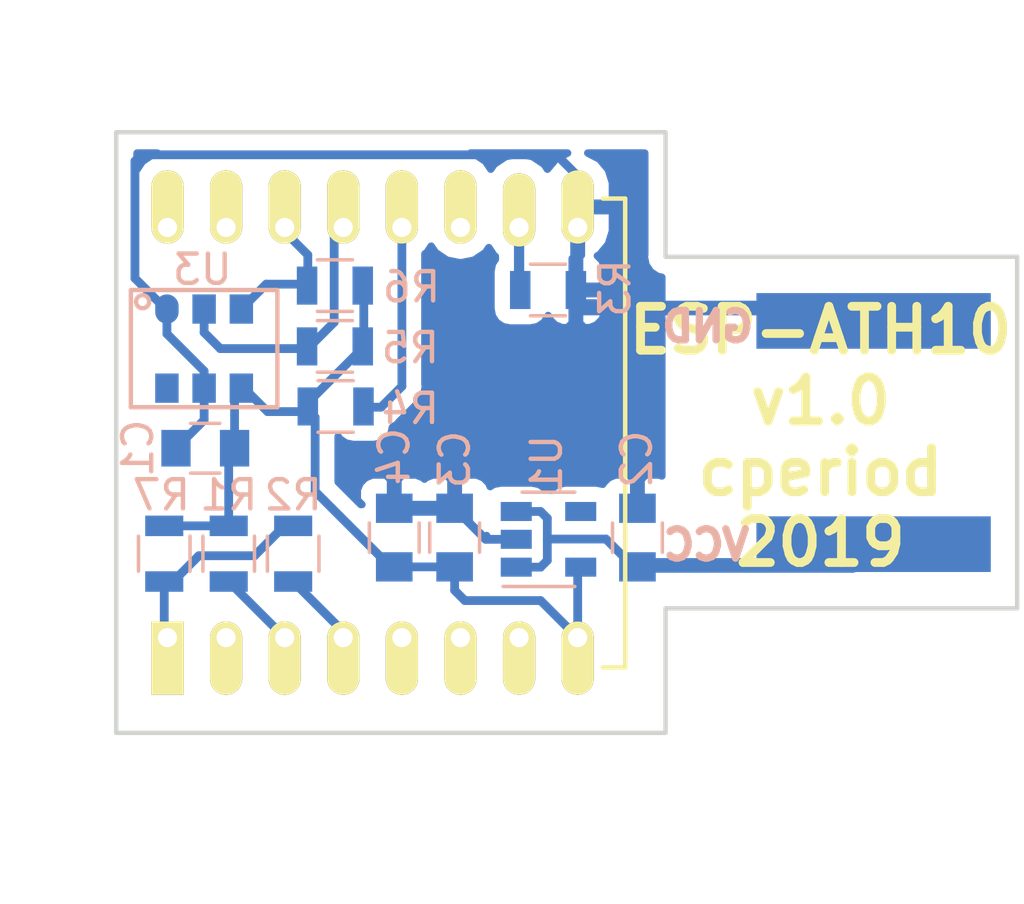
<source format=kicad_pcb>
(kicad_pcb (version 20171130) (host pcbnew 5.0.2-bee76a0~70~ubuntu18.04.1)

  (general
    (thickness 1.6)
    (drawings 11)
    (tracks 84)
    (zones 0)
    (modules 15)
    (nets 11)
  )

  (page A4)
  (layers
    (0 F.Cu signal hide)
    (31 B.Cu signal)
    (32 B.Adhes user hide)
    (33 F.Adhes user hide)
    (34 B.Paste user)
    (35 F.Paste user hide)
    (36 B.SilkS user)
    (37 F.SilkS user hide)
    (38 B.Mask user)
    (39 F.Mask user hide)
    (40 Dwgs.User user hide)
    (41 Cmts.User user hide)
    (42 Eco1.User user hide)
    (43 Eco2.User user hide)
    (44 Edge.Cuts user)
    (45 Margin user hide)
    (46 B.CrtYd user)
    (47 F.CrtYd user hide)
    (48 B.Fab user)
    (49 F.Fab user hide)
  )

  (setup
    (last_trace_width 0.3)
    (user_trace_width 0.5)
    (trace_clearance 0.38)
    (zone_clearance 0.508)
    (zone_45_only no)
    (trace_min 0.3)
    (segment_width 0.2)
    (edge_width 0.15)
    (via_size 1.4)
    (via_drill 0.7)
    (via_min_size 1.4)
    (via_min_drill 0.7)
    (uvia_size 0.3)
    (uvia_drill 0.1)
    (uvias_allowed no)
    (uvia_min_size 0.2)
    (uvia_min_drill 0.1)
    (pcb_text_width 0.3)
    (pcb_text_size 1.5 1.5)
    (mod_edge_width 0.15)
    (mod_text_size 1 1)
    (mod_text_width 0.15)
    (pad_size 2 7.5)
    (pad_drill 0)
    (pad_to_mask_clearance 0.051)
    (solder_mask_min_width 0.25)
    (aux_axis_origin 79.761041 135.51507)
    (visible_elements FFFFFF7F)
    (pcbplotparams
      (layerselection 0x01020_fffffffe)
      (usegerberextensions false)
      (usegerberattributes false)
      (usegerberadvancedattributes false)
      (creategerberjobfile false)
      (excludeedgelayer true)
      (linewidth 0.050000)
      (plotframeref false)
      (viasonmask false)
      (mode 1)
      (useauxorigin true)
      (hpglpennumber 1)
      (hpglpenspeed 20)
      (hpglpendiameter 15.000000)
      (psnegative false)
      (psa4output false)
      (plotreference true)
      (plotvalue true)
      (plotinvisibletext false)
      (padsonsilk false)
      (subtractmaskfromsilk false)
      (outputformat 1)
      (mirror false)
      (drillshape 0)
      (scaleselection 1)
      (outputdirectory "Gerbers/"))
  )

  (net 0 "")
  (net 1 GND)
  (net 2 3V3)
  (net 3 "Net-(C2-Pad1)")
  (net 4 "Net-(R1-Pad2)")
  (net 5 "Net-(R2-Pad1)")
  (net 6 "Net-(R2-Pad2)")
  (net 7 "Net-(R3-Pad1)")
  (net 8 "Net-(R4-Pad2)")
  (net 9 SDA)
  (net 10 SCL)

  (net_class Default "This is the default net class."
    (clearance 0.38)
    (trace_width 0.3)
    (via_dia 1.4)
    (via_drill 0.7)
    (uvia_dia 0.3)
    (uvia_drill 0.1)
    (diff_pair_gap 0.38)
    (diff_pair_width 0.35)
    (add_net 3V3)
    (add_net GND)
    (add_net "Net-(C2-Pad1)")
    (add_net "Net-(R1-Pad2)")
    (add_net "Net-(R2-Pad1)")
    (add_net "Net-(R2-Pad2)")
    (add_net "Net-(R3-Pad1)")
    (add_net "Net-(R4-Pad2)")
    (add_net SCL)
    (add_net SDA)
  )

  (module Capacitors_SMD:C_0805 (layer B.Cu) (tedit 5DBDCE21) (tstamp 5DD259D9)
    (at 82.8 125.8 180)
    (descr "Capacitor SMD 0805, reflow soldering, AVX (see smccp.pdf)")
    (tags "capacitor 0805")
    (path /5DBDD191)
    (attr smd)
    (fp_text reference C1 (at 2.3 0 270) (layer B.SilkS)
      (effects (font (size 1 1) (thickness 0.15)) (justify mirror))
    )
    (fp_text value 100n (at 5 0 180) (layer B.Fab)
      (effects (font (size 1 1) (thickness 0.15)) (justify mirror))
    )
    (fp_line (start 1.75 -0.87) (end -1.75 -0.87) (layer B.CrtYd) (width 0.05))
    (fp_line (start 1.75 -0.87) (end 1.75 0.88) (layer B.CrtYd) (width 0.05))
    (fp_line (start -1.75 0.88) (end -1.75 -0.87) (layer B.CrtYd) (width 0.05))
    (fp_line (start -1.75 0.88) (end 1.75 0.88) (layer B.CrtYd) (width 0.05))
    (fp_line (start -0.5 -0.85) (end 0.5 -0.85) (layer B.SilkS) (width 0.12))
    (fp_line (start 0.5 0.85) (end -0.5 0.85) (layer B.SilkS) (width 0.12))
    (fp_line (start -1 0.62) (end 1 0.62) (layer B.Fab) (width 0.1))
    (fp_line (start 1 0.62) (end 1 -0.62) (layer B.Fab) (width 0.1))
    (fp_line (start 1 -0.62) (end -1 -0.62) (layer B.Fab) (width 0.1))
    (fp_line (start -1 -0.62) (end -1 0.62) (layer B.Fab) (width 0.1))
    (fp_text user %R (at 0 1.5 180) (layer B.Fab) hide
      (effects (font (size 1 1) (thickness 0.15)) (justify mirror))
    )
    (pad 2 smd rect (at 1 0 180) (size 1 1.25) (layers B.Cu B.Paste B.Mask)
      (net 1 GND))
    (pad 1 smd rect (at -1 0 180) (size 1 1.25) (layers B.Cu B.Paste B.Mask)
      (net 2 3V3))
    (model Capacitors_SMD.3dshapes/C_0805.wrl
      (at (xyz 0 0 0))
      (scale (xyz 1 1 1))
      (rotate (xyz 0 0 0))
    )
  )

  (module Capacitors_SMD:C_0805 (layer B.Cu) (tedit 5DBDCE0F) (tstamp 5DD20E14)
    (at 97.55 128.85 90)
    (descr "Capacitor SMD 0805, reflow soldering, AVX (see smccp.pdf)")
    (tags "capacitor 0805")
    (path /5DBE3E3F)
    (attr smd)
    (fp_text reference C2 (at 2.675 -0.025 90) (layer B.SilkS)
      (effects (font (size 1 1) (thickness 0.15)) (justify mirror))
    )
    (fp_text value 1u (at -7.85 -0.05 90) (layer B.Fab)
      (effects (font (size 1 1) (thickness 0.15)) (justify mirror))
    )
    (fp_text user %R (at 0 1.5 90) (layer B.Fab) hide
      (effects (font (size 1 1) (thickness 0.15)) (justify mirror))
    )
    (fp_line (start -1 -0.62) (end -1 0.62) (layer B.Fab) (width 0.1))
    (fp_line (start 1 -0.62) (end -1 -0.62) (layer B.Fab) (width 0.1))
    (fp_line (start 1 0.62) (end 1 -0.62) (layer B.Fab) (width 0.1))
    (fp_line (start -1 0.62) (end 1 0.62) (layer B.Fab) (width 0.1))
    (fp_line (start 0.5 0.85) (end -0.5 0.85) (layer B.SilkS) (width 0.12))
    (fp_line (start -0.5 -0.85) (end 0.5 -0.85) (layer B.SilkS) (width 0.12))
    (fp_line (start -1.75 0.88) (end 1.75 0.88) (layer B.CrtYd) (width 0.05))
    (fp_line (start -1.75 0.88) (end -1.75 -0.87) (layer B.CrtYd) (width 0.05))
    (fp_line (start 1.75 -0.87) (end 1.75 0.88) (layer B.CrtYd) (width 0.05))
    (fp_line (start 1.75 -0.87) (end -1.75 -0.87) (layer B.CrtYd) (width 0.05))
    (pad 1 smd rect (at -1 0 90) (size 1 1.25) (layers B.Cu B.Paste B.Mask)
      (net 3 "Net-(C2-Pad1)"))
    (pad 2 smd rect (at 1 0 90) (size 1 1.25) (layers B.Cu B.Paste B.Mask)
      (net 1 GND))
    (model Capacitors_SMD.3dshapes/C_0805.wrl
      (at (xyz 0 0 0))
      (scale (xyz 1 1 1))
      (rotate (xyz 0 0 0))
    )
  )

  (module Capacitors_SMD:C_0805 (layer B.Cu) (tedit 5DBDCE14) (tstamp 5DD23069)
    (at 91.311041 128.85 90)
    (descr "Capacitor SMD 0805, reflow soldering, AVX (see smccp.pdf)")
    (tags "capacitor 0805")
    (path /5DBE3E90)
    (attr smd)
    (fp_text reference C3 (at 2.66507 0 90) (layer B.SilkS)
      (effects (font (size 1 1) (thickness 0.15)) (justify mirror))
    )
    (fp_text value 2.2u (at -8.2 0 90) (layer B.Fab)
      (effects (font (size 1 1) (thickness 0.15)) (justify mirror))
    )
    (fp_line (start 1.75 -0.87) (end -1.75 -0.87) (layer B.CrtYd) (width 0.05))
    (fp_line (start 1.75 -0.87) (end 1.75 0.88) (layer B.CrtYd) (width 0.05))
    (fp_line (start -1.75 0.88) (end -1.75 -0.87) (layer B.CrtYd) (width 0.05))
    (fp_line (start -1.75 0.88) (end 1.75 0.88) (layer B.CrtYd) (width 0.05))
    (fp_line (start -0.5 -0.85) (end 0.5 -0.85) (layer B.SilkS) (width 0.12))
    (fp_line (start 0.5 0.85) (end -0.5 0.85) (layer B.SilkS) (width 0.12))
    (fp_line (start -1 0.62) (end 1 0.62) (layer B.Fab) (width 0.1))
    (fp_line (start 1 0.62) (end 1 -0.62) (layer B.Fab) (width 0.1))
    (fp_line (start 1 -0.62) (end -1 -0.62) (layer B.Fab) (width 0.1))
    (fp_line (start -1 -0.62) (end -1 0.62) (layer B.Fab) (width 0.1))
    (fp_text user %R (at 0 1.5 90) (layer B.Fab) hide
      (effects (font (size 1 1) (thickness 0.15)) (justify mirror))
    )
    (pad 2 smd rect (at 1 0 90) (size 1 1.25) (layers B.Cu B.Paste B.Mask)
      (net 1 GND))
    (pad 1 smd rect (at -1 0 90) (size 1 1.25) (layers B.Cu B.Paste B.Mask)
      (net 2 3V3))
    (model Capacitors_SMD.3dshapes/C_0805.wrl
      (at (xyz 0 0 0))
      (scale (xyz 1 1 1))
      (rotate (xyz 0 0 0))
    )
  )

  (module Capacitors_SMD:C_0805 (layer B.Cu) (tedit 5DBDCE1B) (tstamp 5DD20E36)
    (at 89.25 128.85 90)
    (descr "Capacitor SMD 0805, reflow soldering, AVX (see smccp.pdf)")
    (tags "capacitor 0805")
    (path /5DBEEB4D)
    (attr smd)
    (fp_text reference C4 (at 2.76507 0 90) (layer B.SilkS)
      (effects (font (size 1 1) (thickness 0.15)) (justify mirror))
    )
    (fp_text value 100n (at -8.45 -0.5 90) (layer B.Fab)
      (effects (font (size 1 1) (thickness 0.15)) (justify mirror))
    )
    (fp_text user %R (at 0 1.5 90) (layer B.Fab) hide
      (effects (font (size 1 1) (thickness 0.15)) (justify mirror))
    )
    (fp_line (start -1 -0.62) (end -1 0.62) (layer B.Fab) (width 0.1))
    (fp_line (start 1 -0.62) (end -1 -0.62) (layer B.Fab) (width 0.1))
    (fp_line (start 1 0.62) (end 1 -0.62) (layer B.Fab) (width 0.1))
    (fp_line (start -1 0.62) (end 1 0.62) (layer B.Fab) (width 0.1))
    (fp_line (start 0.5 0.85) (end -0.5 0.85) (layer B.SilkS) (width 0.12))
    (fp_line (start -0.5 -0.85) (end 0.5 -0.85) (layer B.SilkS) (width 0.12))
    (fp_line (start -1.75 0.88) (end 1.75 0.88) (layer B.CrtYd) (width 0.05))
    (fp_line (start -1.75 0.88) (end -1.75 -0.87) (layer B.CrtYd) (width 0.05))
    (fp_line (start 1.75 -0.87) (end 1.75 0.88) (layer B.CrtYd) (width 0.05))
    (fp_line (start 1.75 -0.87) (end -1.75 -0.87) (layer B.CrtYd) (width 0.05))
    (pad 1 smd rect (at -1 0 90) (size 1 1.25) (layers B.Cu B.Paste B.Mask)
      (net 2 3V3))
    (pad 2 smd rect (at 1 0 90) (size 1 1.25) (layers B.Cu B.Paste B.Mask)
      (net 1 GND))
    (model Capacitors_SMD.3dshapes/C_0805.wrl
      (at (xyz 0 0 0))
      (scale (xyz 1 1 1))
      (rotate (xyz 0 0 0))
    )
  )

  (module CPB:usb-PCB (layer B.Cu) (tedit 5DBDF32C) (tstamp 5DD20E41)
    (at 110.511041 125.26507 270)
    (path /5DBDB3F6)
    (attr virtual)
    (fp_text reference J1 (at 0.13 7.85 270) (layer B.SilkS) hide
      (effects (font (size 1.5 1.5) (thickness 0.15)) (justify mirror))
    )
    (fp_text value USB (at 0.29 10.13 270) (layer B.SilkS) hide
      (effects (font (size 1.5 1.5) (thickness 0.15)) (justify mirror))
    )
    (fp_line (start 6.03 0) (end 6.03 12) (layer Dwgs.User) (width 0.15))
    (fp_line (start 6.03 0) (end -6.03 0) (layer Dwgs.User) (width 0.15))
    (fp_line (start -6.03 0) (end -6.03 12) (layer Dwgs.User) (width 0.15))
    (pad 1 connect rect (at 3.81 4.9 270) (size 1.9 8) (layers B.Cu B.Mask)
      (net 3 "Net-(C2-Pad1)"))
    (pad 4 connect rect (at -3.81 4.9 270) (size 1.9 8) (layers B.Cu B.Mask)
      (net 1 GND))
    (pad 3 connect rect (at -1.3 5.15 270) (size 2 7.5) (layers Dwgs.User))
    (pad 2 connect rect (at 1.3 5.15 270) (size 2 7.5) (layers Dwgs.User))
  )

  (module Resistors_SMD:R_0805 (layer B.Cu) (tedit 58E0A804) (tstamp 5DD2742D)
    (at 83.6 129.4 270)
    (descr "Resistor SMD 0805, reflow soldering, Vishay (see dcrcw.pdf)")
    (tags "resistor 0805")
    (path /5DBDCEB6)
    (attr smd)
    (fp_text reference R1 (at -2 0) (layer B.SilkS)
      (effects (font (size 1 1) (thickness 0.15)) (justify mirror))
    )
    (fp_text value 10K (at 7.7 0 270) (layer B.Fab)
      (effects (font (size 1 1) (thickness 0.15)) (justify mirror))
    )
    (fp_text user %R (at 0 0 270) (layer B.Fab)
      (effects (font (size 0.5 0.5) (thickness 0.075)) (justify mirror))
    )
    (fp_line (start -1 -0.62) (end -1 0.62) (layer B.Fab) (width 0.1))
    (fp_line (start 1 -0.62) (end -1 -0.62) (layer B.Fab) (width 0.1))
    (fp_line (start 1 0.62) (end 1 -0.62) (layer B.Fab) (width 0.1))
    (fp_line (start -1 0.62) (end 1 0.62) (layer B.Fab) (width 0.1))
    (fp_line (start 0.6 -0.88) (end -0.6 -0.88) (layer B.SilkS) (width 0.12))
    (fp_line (start -0.6 0.88) (end 0.6 0.88) (layer B.SilkS) (width 0.12))
    (fp_line (start -1.55 0.9) (end 1.55 0.9) (layer B.CrtYd) (width 0.05))
    (fp_line (start -1.55 0.9) (end -1.55 -0.9) (layer B.CrtYd) (width 0.05))
    (fp_line (start 1.55 -0.9) (end 1.55 0.9) (layer B.CrtYd) (width 0.05))
    (fp_line (start 1.55 -0.9) (end -1.55 -0.9) (layer B.CrtYd) (width 0.05))
    (pad 1 smd rect (at -0.95 0 270) (size 0.7 1.3) (layers B.Cu B.Paste B.Mask)
      (net 2 3V3))
    (pad 2 smd rect (at 0.95 0 270) (size 0.7 1.3) (layers B.Cu B.Paste B.Mask)
      (net 4 "Net-(R1-Pad2)"))
    (model ${KISYS3DMOD}/Resistors_SMD.3dshapes/R_0805.wrl
      (at (xyz 0 0 0))
      (scale (xyz 1 1 1))
      (rotate (xyz 0 0 0))
    )
  )

  (module Resistors_SMD:R_0805 (layer B.Cu) (tedit 58E0A804) (tstamp 5DD20E63)
    (at 85.8 129.4 270)
    (descr "Resistor SMD 0805, reflow soldering, Vishay (see dcrcw.pdf)")
    (tags "resistor 0805")
    (path /5DBDDC75)
    (attr smd)
    (fp_text reference R2 (at -2 0 180) (layer B.SilkS)
      (effects (font (size 1 1) (thickness 0.15)) (justify mirror))
    )
    (fp_text value 1K (at 7.3 0.1 270) (layer B.Fab)
      (effects (font (size 1 1) (thickness 0.15)) (justify mirror))
    )
    (fp_text user %R (at 0 0 270) (layer B.Fab)
      (effects (font (size 0.5 0.5) (thickness 0.075)) (justify mirror))
    )
    (fp_line (start -1 -0.62) (end -1 0.62) (layer B.Fab) (width 0.1))
    (fp_line (start 1 -0.62) (end -1 -0.62) (layer B.Fab) (width 0.1))
    (fp_line (start 1 0.62) (end 1 -0.62) (layer B.Fab) (width 0.1))
    (fp_line (start -1 0.62) (end 1 0.62) (layer B.Fab) (width 0.1))
    (fp_line (start 0.6 -0.88) (end -0.6 -0.88) (layer B.SilkS) (width 0.12))
    (fp_line (start -0.6 0.88) (end 0.6 0.88) (layer B.SilkS) (width 0.12))
    (fp_line (start -1.55 0.9) (end 1.55 0.9) (layer B.CrtYd) (width 0.05))
    (fp_line (start -1.55 0.9) (end -1.55 -0.9) (layer B.CrtYd) (width 0.05))
    (fp_line (start 1.55 -0.9) (end 1.55 0.9) (layer B.CrtYd) (width 0.05))
    (fp_line (start 1.55 -0.9) (end -1.55 -0.9) (layer B.CrtYd) (width 0.05))
    (pad 1 smd rect (at -0.95 0 270) (size 0.7 1.3) (layers B.Cu B.Paste B.Mask)
      (net 5 "Net-(R2-Pad1)"))
    (pad 2 smd rect (at 0.95 0 270) (size 0.7 1.3) (layers B.Cu B.Paste B.Mask)
      (net 6 "Net-(R2-Pad2)"))
    (model ${KISYS3DMOD}/Resistors_SMD.3dshapes/R_0805.wrl
      (at (xyz 0 0 0))
      (scale (xyz 1 1 1))
      (rotate (xyz 0 0 0))
    )
  )

  (module Resistors_SMD:R_0805 (layer B.Cu) (tedit 58E0A804) (tstamp 5DD2183B)
    (at 94.5 120.4)
    (descr "Resistor SMD 0805, reflow soldering, Vishay (see dcrcw.pdf)")
    (tags "resistor 0805")
    (path /5DBDCDFF)
    (attr smd)
    (fp_text reference R3 (at 2.288959 -0.06507 90) (layer B.SilkS)
      (effects (font (size 1 1) (thickness 0.15)) (justify mirror))
    )
    (fp_text value 10K (at 0 -6.85) (layer B.Fab)
      (effects (font (size 1 1) (thickness 0.15)) (justify mirror))
    )
    (fp_line (start 1.55 -0.9) (end -1.55 -0.9) (layer B.CrtYd) (width 0.05))
    (fp_line (start 1.55 -0.9) (end 1.55 0.9) (layer B.CrtYd) (width 0.05))
    (fp_line (start -1.55 0.9) (end -1.55 -0.9) (layer B.CrtYd) (width 0.05))
    (fp_line (start -1.55 0.9) (end 1.55 0.9) (layer B.CrtYd) (width 0.05))
    (fp_line (start -0.6 0.88) (end 0.6 0.88) (layer B.SilkS) (width 0.12))
    (fp_line (start 0.6 -0.88) (end -0.6 -0.88) (layer B.SilkS) (width 0.12))
    (fp_line (start -1 0.62) (end 1 0.62) (layer B.Fab) (width 0.1))
    (fp_line (start 1 0.62) (end 1 -0.62) (layer B.Fab) (width 0.1))
    (fp_line (start 1 -0.62) (end -1 -0.62) (layer B.Fab) (width 0.1))
    (fp_line (start -1 -0.62) (end -1 0.62) (layer B.Fab) (width 0.1))
    (fp_text user %R (at 0 0) (layer B.Fab)
      (effects (font (size 0.5 0.5) (thickness 0.075)) (justify mirror))
    )
    (pad 2 smd rect (at 0.95 0) (size 0.7 1.3) (layers B.Cu B.Paste B.Mask)
      (net 1 GND))
    (pad 1 smd rect (at -0.95 0) (size 0.7 1.3) (layers B.Cu B.Paste B.Mask)
      (net 7 "Net-(R3-Pad1)"))
    (model ${KISYS3DMOD}/Resistors_SMD.3dshapes/R_0805.wrl
      (at (xyz 0 0 0))
      (scale (xyz 1 1 1))
      (rotate (xyz 0 0 0))
    )
  )

  (module Resistors_SMD:R_0805 (layer B.Cu) (tedit 58E0A804) (tstamp 5DD20E85)
    (at 87.25 124.375)
    (descr "Resistor SMD 0805, reflow soldering, Vishay (see dcrcw.pdf)")
    (tags "resistor 0805")
    (path /5DBDD45B)
    (attr smd)
    (fp_text reference R4 (at 2.55 0.075) (layer B.SilkS)
      (effects (font (size 1 1) (thickness 0.15)) (justify mirror))
    )
    (fp_text value 10K (at 0.025 -13.025) (layer B.Fab)
      (effects (font (size 1 1) (thickness 0.15)) (justify mirror))
    )
    (fp_line (start 1.55 -0.9) (end -1.55 -0.9) (layer B.CrtYd) (width 0.05))
    (fp_line (start 1.55 -0.9) (end 1.55 0.9) (layer B.CrtYd) (width 0.05))
    (fp_line (start -1.55 0.9) (end -1.55 -0.9) (layer B.CrtYd) (width 0.05))
    (fp_line (start -1.55 0.9) (end 1.55 0.9) (layer B.CrtYd) (width 0.05))
    (fp_line (start -0.6 0.88) (end 0.6 0.88) (layer B.SilkS) (width 0.12))
    (fp_line (start 0.6 -0.88) (end -0.6 -0.88) (layer B.SilkS) (width 0.12))
    (fp_line (start -1 0.62) (end 1 0.62) (layer B.Fab) (width 0.1))
    (fp_line (start 1 0.62) (end 1 -0.62) (layer B.Fab) (width 0.1))
    (fp_line (start 1 -0.62) (end -1 -0.62) (layer B.Fab) (width 0.1))
    (fp_line (start -1 -0.62) (end -1 0.62) (layer B.Fab) (width 0.1))
    (fp_text user %R (at 0 0) (layer B.Fab)
      (effects (font (size 0.5 0.5) (thickness 0.075)) (justify mirror))
    )
    (pad 2 smd rect (at 0.95 0) (size 0.7 1.3) (layers B.Cu B.Paste B.Mask)
      (net 8 "Net-(R4-Pad2)"))
    (pad 1 smd rect (at -0.95 0) (size 0.7 1.3) (layers B.Cu B.Paste B.Mask)
      (net 2 3V3))
    (model ${KISYS3DMOD}/Resistors_SMD.3dshapes/R_0805.wrl
      (at (xyz 0 0 0))
      (scale (xyz 1 1 1))
      (rotate (xyz 0 0 0))
    )
  )

  (module Resistors_SMD:R_0805 (layer B.Cu) (tedit 58E0A804) (tstamp 5DD219E0)
    (at 87.225 122.325 180)
    (descr "Resistor SMD 0805, reflow soldering, Vishay (see dcrcw.pdf)")
    (tags "resistor 0805")
    (path /5DBE9A3C)
    (attr smd)
    (fp_text reference R5 (at -2.575 -0.05 180) (layer B.SilkS)
      (effects (font (size 1 1) (thickness 0.15)) (justify mirror))
    )
    (fp_text value 10K (at -0.125 8.35 180) (layer B.Fab)
      (effects (font (size 1 1) (thickness 0.15)) (justify mirror))
    )
    (fp_text user %R (at 0 0 180) (layer B.Fab)
      (effects (font (size 0.5 0.5) (thickness 0.075)) (justify mirror))
    )
    (fp_line (start -1 -0.62) (end -1 0.62) (layer B.Fab) (width 0.1))
    (fp_line (start 1 -0.62) (end -1 -0.62) (layer B.Fab) (width 0.1))
    (fp_line (start 1 0.62) (end 1 -0.62) (layer B.Fab) (width 0.1))
    (fp_line (start -1 0.62) (end 1 0.62) (layer B.Fab) (width 0.1))
    (fp_line (start 0.6 -0.88) (end -0.6 -0.88) (layer B.SilkS) (width 0.12))
    (fp_line (start -0.6 0.88) (end 0.6 0.88) (layer B.SilkS) (width 0.12))
    (fp_line (start -1.55 0.9) (end 1.55 0.9) (layer B.CrtYd) (width 0.05))
    (fp_line (start -1.55 0.9) (end -1.55 -0.9) (layer B.CrtYd) (width 0.05))
    (fp_line (start 1.55 -0.9) (end 1.55 0.9) (layer B.CrtYd) (width 0.05))
    (fp_line (start 1.55 -0.9) (end -1.55 -0.9) (layer B.CrtYd) (width 0.05))
    (pad 1 smd rect (at -0.95 0 180) (size 0.7 1.3) (layers B.Cu B.Paste B.Mask)
      (net 2 3V3))
    (pad 2 smd rect (at 0.95 0 180) (size 0.7 1.3) (layers B.Cu B.Paste B.Mask)
      (net 9 SDA))
    (model ${KISYS3DMOD}/Resistors_SMD.3dshapes/R_0805.wrl
      (at (xyz 0 0 0))
      (scale (xyz 1 1 1))
      (rotate (xyz 0 0 0))
    )
  )

  (module Resistors_SMD:R_0805 (layer B.Cu) (tedit 58E0A804) (tstamp 5DD290AF)
    (at 87.225 120.25 180)
    (descr "Resistor SMD 0805, reflow soldering, Vishay (see dcrcw.pdf)")
    (tags "resistor 0805")
    (path /5DBE999A)
    (attr smd)
    (fp_text reference R6 (at -2.613959 -0.05 180) (layer B.SilkS)
      (effects (font (size 1 1) (thickness 0.15)) (justify mirror))
    )
    (fp_text value 10K (at -0.088959 7.7 180) (layer B.Fab)
      (effects (font (size 1 1) (thickness 0.15)) (justify mirror))
    )
    (fp_line (start 1.55 -0.9) (end -1.55 -0.9) (layer B.CrtYd) (width 0.05))
    (fp_line (start 1.55 -0.9) (end 1.55 0.9) (layer B.CrtYd) (width 0.05))
    (fp_line (start -1.55 0.9) (end -1.55 -0.9) (layer B.CrtYd) (width 0.05))
    (fp_line (start -1.55 0.9) (end 1.55 0.9) (layer B.CrtYd) (width 0.05))
    (fp_line (start -0.6 0.88) (end 0.6 0.88) (layer B.SilkS) (width 0.12))
    (fp_line (start 0.6 -0.88) (end -0.6 -0.88) (layer B.SilkS) (width 0.12))
    (fp_line (start -1 0.62) (end 1 0.62) (layer B.Fab) (width 0.1))
    (fp_line (start 1 0.62) (end 1 -0.62) (layer B.Fab) (width 0.1))
    (fp_line (start 1 -0.62) (end -1 -0.62) (layer B.Fab) (width 0.1))
    (fp_line (start -1 -0.62) (end -1 0.62) (layer B.Fab) (width 0.1))
    (fp_text user %R (at 0 0 180) (layer B.Fab)
      (effects (font (size 0.5 0.5) (thickness 0.075)) (justify mirror))
    )
    (pad 2 smd rect (at 0.95 0 180) (size 0.7 1.3) (layers B.Cu B.Paste B.Mask)
      (net 10 SCL))
    (pad 1 smd rect (at -0.95 0 180) (size 0.7 1.3) (layers B.Cu B.Paste B.Mask)
      (net 2 3V3))
    (model ${KISYS3DMOD}/Resistors_SMD.3dshapes/R_0805.wrl
      (at (xyz 0 0 0))
      (scale (xyz 1 1 1))
      (rotate (xyz 0 0 0))
    )
  )

  (module Package_TO_SOT_SMD:SOT-23-5 (layer B.Cu) (tedit 5A02FF57) (tstamp 5DD22D57)
    (at 94.514461 128.909454)
    (descr "5-pin SOT23 package")
    (tags SOT-23-5)
    (path /5DBE1C35)
    (attr smd)
    (fp_text reference U1 (at -0.064461 -2.559454 90) (layer B.SilkS)
      (effects (font (size 1 1) (thickness 0.15)) (justify mirror))
    )
    (fp_text value HT7233 (at 0.085539 9.540546 90) (layer B.Fab)
      (effects (font (size 1 1) (thickness 0.15)) (justify mirror))
    )
    (fp_text user %R (at 0 0 -90) (layer B.Fab)
      (effects (font (size 0.5 0.5) (thickness 0.075)) (justify mirror))
    )
    (fp_line (start -0.9 -1.61) (end 0.9 -1.61) (layer B.SilkS) (width 0.12))
    (fp_line (start 0.9 1.61) (end -1.55 1.61) (layer B.SilkS) (width 0.12))
    (fp_line (start -1.9 1.8) (end 1.9 1.8) (layer B.CrtYd) (width 0.05))
    (fp_line (start 1.9 1.8) (end 1.9 -1.8) (layer B.CrtYd) (width 0.05))
    (fp_line (start 1.9 -1.8) (end -1.9 -1.8) (layer B.CrtYd) (width 0.05))
    (fp_line (start -1.9 -1.8) (end -1.9 1.8) (layer B.CrtYd) (width 0.05))
    (fp_line (start -0.9 0.9) (end -0.25 1.55) (layer B.Fab) (width 0.1))
    (fp_line (start 0.9 1.55) (end -0.25 1.55) (layer B.Fab) (width 0.1))
    (fp_line (start -0.9 0.9) (end -0.9 -1.55) (layer B.Fab) (width 0.1))
    (fp_line (start 0.9 -1.55) (end -0.9 -1.55) (layer B.Fab) (width 0.1))
    (fp_line (start 0.9 1.55) (end 0.9 -1.55) (layer B.Fab) (width 0.1))
    (pad 1 smd rect (at -1.1 0.95) (size 1.06 0.65) (layers B.Cu B.Paste B.Mask)
      (net 3 "Net-(C2-Pad1)"))
    (pad 2 smd rect (at -1.1 0) (size 1.06 0.65) (layers B.Cu B.Paste B.Mask)
      (net 1 GND))
    (pad 3 smd rect (at -1.1 -0.95) (size 1.06 0.65) (layers B.Cu B.Paste B.Mask)
      (net 3 "Net-(C2-Pad1)"))
    (pad 4 smd rect (at 1.1 -0.95) (size 1.06 0.65) (layers B.Cu B.Paste B.Mask))
    (pad 5 smd rect (at 1.1 0.95) (size 1.06 0.65) (layers B.Cu B.Paste B.Mask)
      (net 2 3V3))
    (model ${KISYS3DMOD}/Package_TO_SOT_SMD.3dshapes/SOT-23-5.wrl
      (at (xyz 0 0 0))
      (scale (xyz 1 1 1))
      (rotate (xyz 0 0 0))
    )
  )

  (module CPB:ESP-12Emin (layer F.Cu) (tedit 5DBDCE9B) (tstamp 5DD20EE4)
    (at 81.511041 132.26507 90)
    (descr "Module, ESP-8266, ESP-12, 16 pad, SMD")
    (tags "Module ESP-8266 ESP8266")
    (path /5DBDB353)
    (fp_text reference U2 (at -2 -2 90) (layer F.SilkS) hide
      (effects (font (size 1 1) (thickness 0.15)))
    )
    (fp_text value ESP-12 (at 8 1 90) (layer F.Fab)
      (effects (font (size 1 1) (thickness 0.15)))
    )
    (fp_line (start -2.25 -0.5) (end -2.25 -8.75) (layer F.CrtYd) (width 0.05))
    (fp_line (start -2.25 -8.75) (end 15.25 -8.75) (layer F.CrtYd) (width 0.05))
    (fp_line (start 15.25 -8.75) (end 16.25 -8.75) (layer F.CrtYd) (width 0.05))
    (fp_line (start 16.25 -8.75) (end 16.25 16) (layer F.CrtYd) (width 0.05))
    (fp_line (start 16.25 16) (end -2.25 16) (layer F.CrtYd) (width 0.05))
    (fp_line (start -2.25 16) (end -2.25 -0.5) (layer F.CrtYd) (width 0.05))
    (fp_line (start -1.016 -8.382) (end 14.986 -8.382) (layer F.CrtYd) (width 0.1524))
    (fp_line (start 14.986 -8.382) (end 14.986 -0.889) (layer F.CrtYd) (width 0.1524))
    (fp_line (start -1.016 -8.382) (end -1.016 -1.016) (layer F.CrtYd) (width 0.1524))
    (fp_line (start -1.016 14.859) (end -1.016 15.621) (layer F.SilkS) (width 0.1524))
    (fp_line (start -1.016 15.621) (end 14.986 15.621) (layer F.SilkS) (width 0.1524))
    (fp_line (start 14.986 15.621) (end 14.986 14.859) (layer F.SilkS) (width 0.1524))
    (fp_line (start 14.992 -8.4) (end -1.008 -2.6) (layer F.CrtYd) (width 0.1524))
    (fp_line (start -1.008 -8.4) (end 14.992 -2.6) (layer F.CrtYd) (width 0.1524))
    (fp_text user "No Copper" (at 6.892 -5.4 90) (layer F.CrtYd)
      (effects (font (size 1 1) (thickness 0.15)))
    )
    (fp_line (start -1.008 -2.6) (end 14.992 -2.6) (layer F.CrtYd) (width 0.1524))
    (fp_line (start 15 -8.4) (end 15 15.6) (layer F.Fab) (width 0.05))
    (fp_line (start 14.992 15.6) (end -1.008 15.6) (layer F.Fab) (width 0.05))
    (fp_line (start -1.008 15.6) (end -1.008 -8.4) (layer F.Fab) (width 0.05))
    (fp_line (start -1.008 -8.4) (end 14.992 -8.4) (layer F.Fab) (width 0.05))
    (pad 1 thru_hole rect (at 0 0 90) (size 2.5 1.1) (drill 0.65 (offset -0.7 0)) (layers *.Cu *.Mask F.SilkS)
      (net 5 "Net-(R2-Pad1)"))
    (pad 2 thru_hole oval (at 0 2 90) (size 2.5 1.1) (drill 0.65 (offset -0.7 0)) (layers *.Cu *.Mask F.SilkS))
    (pad 3 thru_hole oval (at 0 4 90) (size 2.5 1.1) (drill 0.65 (offset -0.7 0)) (layers *.Cu *.Mask F.SilkS)
      (net 4 "Net-(R1-Pad2)"))
    (pad 4 thru_hole oval (at 0 6 90) (size 2.5 1.1) (drill 0.65 (offset -0.7 0)) (layers *.Cu *.Mask F.SilkS)
      (net 6 "Net-(R2-Pad2)"))
    (pad 5 thru_hole oval (at 0 8 90) (size 2.5 1.1) (drill 0.65 (offset -0.7 0)) (layers *.Cu *.Mask F.SilkS))
    (pad 6 thru_hole oval (at 0 10 90) (size 2.5 1.1) (drill 0.65 (offset -0.7 0)) (layers *.Cu *.Mask F.SilkS))
    (pad 7 thru_hole oval (at 0 12 90) (size 2.5 1.1) (drill 0.65 (offset -0.7 0)) (layers *.Cu *.Mask F.SilkS))
    (pad 8 thru_hole oval (at 0 14 90) (size 2.5 1.1) (drill 0.65 (offset -0.7 0)) (layers *.Cu *.Mask F.SilkS)
      (net 2 3V3))
    (pad 9 thru_hole oval (at 14 14 90) (size 2.5 1.1) (drill 0.65 (offset 0.7 0)) (layers *.Cu *.Mask F.SilkS)
      (net 1 GND))
    (pad 10 thru_hole oval (at 14 12 90) (size 2.5 1.1) (drill 0.65 (offset 0.6 0)) (layers *.Cu *.Mask F.SilkS)
      (net 7 "Net-(R3-Pad1)"))
    (pad 11 thru_hole oval (at 14 10 90) (size 2.5 1.1) (drill 0.65 (offset 0.7 0)) (layers *.Cu *.Mask F.SilkS))
    (pad 12 thru_hole oval (at 14 8 90) (size 2.5 1.1) (drill 0.65 (offset 0.7 0)) (layers *.Cu *.Mask F.SilkS)
      (net 8 "Net-(R4-Pad2)"))
    (pad 13 thru_hole oval (at 14 6 90) (size 2.5 1.1) (drill 0.65 (offset 0.7 0)) (layers *.Cu *.Mask F.SilkS)
      (net 9 SDA))
    (pad 14 thru_hole oval (at 14 4 90) (size 2.5 1.1) (drill 0.65 (offset 0.7 0)) (layers *.Cu *.Mask F.SilkS)
      (net 10 SCL))
    (pad 15 thru_hole oval (at 14 2 90) (size 2.5 1.1) (drill 0.65 (offset 0.7 0)) (layers *.Cu *.Mask F.SilkS))
    (pad 16 thru_hole oval (at 14 0 90) (size 2.5 1.1) (drill 0.65 (offset 0.7 0)) (layers *.Cu *.Mask F.SilkS))
    (model ${ESPLIB}/ESP8266.3dshapes/ESP-12.wrl
      (at (xyz 0 0 0))
      (scale (xyz 0.3937 0.3937 0.3937))
      (rotate (xyz 0 0 0))
    )
  )

  (module CPB:AHT10 (layer B.Cu) (tedit 5D48D185) (tstamp 5DD20EFB)
    (at 82.761041 122.4 270)
    (path /5DBE6669)
    (fp_text reference U3 (at -2.7 0.061041) (layer B.SilkS)
      (effects (font (size 1 1) (thickness 0.15)) (justify mirror))
    )
    (fp_text value AHT10 (at 0 4.25 270) (layer B.Fab)
      (effects (font (size 1 1) (thickness 0.15)) (justify mirror))
    )
    (fp_line (start -2 2.5) (end 2 2.5) (layer B.SilkS) (width 0.15))
    (fp_line (start 2 2.5) (end 2 -2.5) (layer B.SilkS) (width 0.15))
    (fp_line (start 2 -2.5) (end -2 -2.5) (layer B.SilkS) (width 0.15))
    (fp_line (start -2 -2.5) (end -2 2.5) (layer B.SilkS) (width 0.15))
    (fp_circle (center -1.6 2.1) (end -1.4 2) (layer B.SilkS) (width 0.15))
    (fp_line (start -2.1 2.6) (end 2.1 2.6) (layer B.CrtYd) (width 0.15))
    (fp_line (start 2.1 2.6) (end 2.1 -2.6) (layer B.CrtYd) (width 0.15))
    (fp_line (start 2.1 -2.6) (end -2.1 -2.6) (layer B.CrtYd) (width 0.15))
    (fp_line (start -2.1 -2.6) (end -2.1 2.6) (layer B.CrtYd) (width 0.15))
    (fp_line (start -2.2 2.7) (end 2.2 2.7) (layer B.Fab) (width 0.15))
    (fp_line (start 2.2 2.7) (end 2.2 -2.7) (layer B.Fab) (width 0.15))
    (fp_line (start 2.2 -2.7) (end -2.2 -2.7) (layer B.Fab) (width 0.15))
    (fp_line (start -2.2 -2.7) (end -2.2 2.7) (layer B.Fab) (width 0.15))
    (pad 1 smd oval (at -1.35 1.27 270) (size 1 0.8) (layers B.Cu B.Paste B.Mask)
      (net 1 GND))
    (pad 2 smd rect (at -1.35 0 270) (size 1 0.8) (layers B.Cu B.Paste B.Mask)
      (net 9 SDA))
    (pad 3 smd rect (at -1.35 -1.27 270) (size 1 0.8) (layers B.Cu B.Paste B.Mask)
      (net 10 SCL))
    (pad 4 smd rect (at 1.35 -1.27 270) (size 1 0.8) (layers B.Cu B.Paste B.Mask)
      (net 2 3V3))
    (pad 5 smd rect (at 1.35 0 270) (size 1 0.8) (layers B.Cu B.Paste B.Mask)
      (net 1 GND))
    (pad 6 smd rect (at 1.35 1.27 270) (size 1 0.8) (layers B.Cu B.Paste B.Mask))
  )

  (module Resistors_SMD:R_0805 (layer B.Cu) (tedit 58E0A804) (tstamp 5DD22808)
    (at 81.4 129.4 270)
    (descr "Resistor SMD 0805, reflow soldering, Vishay (see dcrcw.pdf)")
    (tags "resistor 0805")
    (path /5DBF30A7)
    (attr smd)
    (fp_text reference R7 (at -2 0.1) (layer B.SilkS)
      (effects (font (size 1 1) (thickness 0.15)) (justify mirror))
    )
    (fp_text value 10K (at 7.7 0.1 270) (layer B.Fab)
      (effects (font (size 1 1) (thickness 0.15)) (justify mirror))
    )
    (fp_line (start 1.55 -0.9) (end -1.55 -0.9) (layer B.CrtYd) (width 0.05))
    (fp_line (start 1.55 -0.9) (end 1.55 0.9) (layer B.CrtYd) (width 0.05))
    (fp_line (start -1.55 0.9) (end -1.55 -0.9) (layer B.CrtYd) (width 0.05))
    (fp_line (start -1.55 0.9) (end 1.55 0.9) (layer B.CrtYd) (width 0.05))
    (fp_line (start -0.6 0.88) (end 0.6 0.88) (layer B.SilkS) (width 0.12))
    (fp_line (start 0.6 -0.88) (end -0.6 -0.88) (layer B.SilkS) (width 0.12))
    (fp_line (start -1 0.62) (end 1 0.62) (layer B.Fab) (width 0.1))
    (fp_line (start 1 0.62) (end 1 -0.62) (layer B.Fab) (width 0.1))
    (fp_line (start 1 -0.62) (end -1 -0.62) (layer B.Fab) (width 0.1))
    (fp_line (start -1 -0.62) (end -1 0.62) (layer B.Fab) (width 0.1))
    (fp_text user %R (at 0 0 270) (layer B.Fab)
      (effects (font (size 0.5 0.5) (thickness 0.075)) (justify mirror))
    )
    (pad 2 smd rect (at 0.95 0 270) (size 0.7 1.3) (layers B.Cu B.Paste B.Mask)
      (net 5 "Net-(R2-Pad1)"))
    (pad 1 smd rect (at -0.95 0 270) (size 0.7 1.3) (layers B.Cu B.Paste B.Mask)
      (net 2 3V3))
    (model ${KISYS3DMOD}/Resistors_SMD.3dshapes/R_0805.wrl
      (at (xyz 0 0 0))
      (scale (xyz 1 1 1))
      (rotate (xyz 0 0 0))
    )
  )

  (gr_text VCC (at 99.9 129.1) (layer B.SilkS) (tstamp 5DD25756)
    (effects (font (size 1 1) (thickness 0.25)) (justify mirror))
  )
  (gr_text GND (at 99.95 121.65) (layer B.SilkS)
    (effects (font (size 1 1) (thickness 0.25)) (justify mirror))
  )
  (gr_text "ESP-ATH10\nv1.0\ncperiod\n2019" (at 103.8 125.4) (layer F.SilkS)
    (effects (font (size 1.5 1.5) (thickness 0.3)))
  )
  (gr_line (start 79.761041 115.01507) (end 79.761041 135.51507) (layer Edge.Cuts) (width 0.15))
  (gr_line (start 98.511041 115.01507) (end 79.761041 115.01507) (layer Edge.Cuts) (width 0.15))
  (gr_line (start 98.511041 119.26507) (end 98.511041 115.01507) (layer Edge.Cuts) (width 0.15))
  (gr_line (start 110.511041 119.26507) (end 98.511041 119.26507) (layer Edge.Cuts) (width 0.15))
  (gr_line (start 110.511041 131.26507) (end 110.511041 119.26507) (layer Edge.Cuts) (width 0.15))
  (gr_line (start 98.511041 131.26507) (end 110.511041 131.26507) (layer Edge.Cuts) (width 0.15))
  (gr_line (start 98.511041 135.51507) (end 98.511041 131.26507) (layer Edge.Cuts) (width 0.15))
  (gr_line (start 79.761041 135.51507) (end 98.511041 135.51507) (layer Edge.Cuts) (width 0.15))

  (segment (start 95.611041 121.01507) (end 95.461041 120.86507) (width 0.5) (layer B.Cu) (net 1))
  (segment (start 105.611041 121.45507) (end 105.171041 121.01507) (width 0.5) (layer B.Cu) (net 1))
  (segment (start 105.171041 121.01507) (end 95.611041 121.01507) (width 0.5) (layer B.Cu) (net 1))
  (segment (start 95.461041 120.86507) (end 96.111041 120.86507) (width 0.3) (layer B.Cu) (net 1))
  (segment (start 80.4 120) (end 81.4 121) (width 0.3) (layer B.Cu) (net 1))
  (segment (start 80.4 116) (end 80.4 120) (width 0.3) (layer B.Cu) (net 1))
  (segment (start 80.61494 115.78506) (end 80.4 116) (width 0.3) (layer B.Cu) (net 1))
  (segment (start 94.78506 115.78506) (end 80.61494 115.78506) (width 0.3) (layer B.Cu) (net 1))
  (segment (start 95.511041 118.26507) (end 95.511041 116.511041) (width 0.3) (layer B.Cu) (net 1))
  (segment (start 95.511041 116.511041) (end 94.78506 115.78506) (width 0.3) (layer B.Cu) (net 1))
  (segment (start 82.761041 123.165998) (end 82.761041 123.75) (width 0.3) (layer B.Cu) (net 1))
  (segment (start 81.491041 121.895998) (end 82.761041 123.165998) (width 0.3) (layer B.Cu) (net 1))
  (segment (start 81.491041 121.05) (end 81.491041 121.895998) (width 0.3) (layer B.Cu) (net 1))
  (segment (start 82.761041 124.838959) (end 81.8 125.8) (width 0.3) (layer B.Cu) (net 1))
  (segment (start 82.761041 123.75) (end 82.761041 124.838959) (width 0.3) (layer B.Cu) (net 1))
  (segment (start 92.370495 128.909454) (end 91.311041 127.85) (width 0.3) (layer B.Cu) (net 1))
  (segment (start 93.414461 128.909454) (end 92.370495 128.909454) (width 0.3) (layer B.Cu) (net 1))
  (segment (start 93.311041 130.01507) (end 93.411041 129.91507) (width 0.3) (layer B.Cu) (net 3))
  (segment (start 83.8 123.981041) (end 84.031041 123.75) (width 0.3) (layer B.Cu) (net 2))
  (segment (start 83.8 125.8) (end 83.8 123.981041) (width 0.3) (layer B.Cu) (net 2))
  (segment (start 81.4 128.45) (end 83.6 128.45) (width 0.3) (layer B.Cu) (net 2))
  (segment (start 83.6 126) (end 83.8 125.8) (width 0.3) (layer B.Cu) (net 2))
  (segment (start 83.6 128.45) (end 83.6 126) (width 0.3) (layer B.Cu) (net 2))
  (segment (start 91.311041 129.85) (end 89.25 129.85) (width 0.3) (layer B.Cu) (net 2))
  (segment (start 95.511041 129.962874) (end 95.614461 129.859454) (width 0.3) (layer B.Cu) (net 2))
  (segment (start 95.511041 132.26507) (end 95.511041 129.962874) (width 0.3) (layer B.Cu) (net 2))
  (segment (start 94.245971 131) (end 95.511041 132.26507) (width 0.3) (layer B.Cu) (net 2))
  (segment (start 91.661041 131) (end 94.245971 131) (width 0.3) (layer B.Cu) (net 2))
  (segment (start 91.311041 129.85) (end 91.311041 130.65) (width 0.3) (layer B.Cu) (net 2))
  (segment (start 91.311041 130.65) (end 91.661041 131) (width 0.3) (layer B.Cu) (net 2))
  (segment (start 89.125 129.85) (end 89.25 129.85) (width 0.3) (layer B.Cu) (net 2))
  (segment (start 86.55 127.275) (end 89.125 129.85) (width 0.3) (layer B.Cu) (net 2))
  (segment (start 86.35 124.55) (end 86.55 124.75) (width 0.3) (layer B.Cu) (net 2))
  (segment (start 86.55 124.75) (end 86.55 127.275) (width 0.3) (layer B.Cu) (net 2))
  (segment (start 84.925 124.55) (end 86.35 124.55) (width 0.3) (layer B.Cu) (net 2))
  (segment (start 84.031041 123.75) (end 84.125 123.75) (width 0.3) (layer B.Cu) (net 2))
  (segment (start 84.125 123.75) (end 84.925 124.55) (width 0.3) (layer B.Cu) (net 2))
  (segment (start 88.2 122.6) (end 87.95 122.6) (width 0.3) (layer B.Cu) (net 2))
  (segment (start 88.211041 120.5) (end 88.211041 122.588959) (width 0.3) (layer B.Cu) (net 2))
  (segment (start 86.35 124.2) (end 86.35 124.55) (width 0.3) (layer B.Cu) (net 2))
  (segment (start 87.95 122.6) (end 86.35 124.2) (width 0.3) (layer B.Cu) (net 2))
  (segment (start 88.211041 122.588959) (end 88.2 122.6) (width 0.3) (layer B.Cu) (net 2))
  (segment (start 94.244461 127.959454) (end 93.414461 127.959454) (width 0.3) (layer B.Cu) (net 3))
  (segment (start 93.414461 129.859454) (end 94.244461 129.859454) (width 0.3) (layer B.Cu) (net 3))
  (segment (start 94.244461 129.859454) (end 94.474462 129.629453) (width 0.3) (layer B.Cu) (net 3))
  (segment (start 94.474462 128.189455) (end 94.244461 127.959454) (width 0.3) (layer B.Cu) (net 3))
  (segment (start 94.474462 129.629453) (end 94.474462 128.95) (width 0.3) (layer B.Cu) (net 3))
  (segment (start 94.474462 128.95) (end 94.474462 128.189455) (width 0.3) (layer B.Cu) (net 3))
  (segment (start 94.524462 128.9) (end 94.474462 128.95) (width 0.3) (layer B.Cu) (net 3))
  (segment (start 96.475 128.9) (end 94.524462 128.9) (width 0.3) (layer B.Cu) (net 3))
  (segment (start 97.55 129.85) (end 97.425 129.85) (width 0.3) (layer B.Cu) (net 3))
  (segment (start 97.425 129.85) (end 96.475 128.9) (width 0.3) (layer B.Cu) (net 3))
  (segment (start 97.6 129.8) (end 97.55 129.85) (width 0.5) (layer B.Cu) (net 3))
  (segment (start 105.611041 129.07507) (end 104.886111 129.8) (width 0.5) (layer B.Cu) (net 3))
  (segment (start 104.886111 129.8) (end 97.6 129.8) (width 0.5) (layer B.Cu) (net 3))
  (segment (start 85.511041 132.261041) (end 83.6 130.35) (width 0.3) (layer B.Cu) (net 4))
  (segment (start 85.511041 132.26507) (end 85.511041 132.261041) (width 0.3) (layer B.Cu) (net 4))
  (segment (start 81.7 130.35) (end 81.4 130.35) (width 0.3) (layer B.Cu) (net 5))
  (segment (start 82.580001 129.469999) (end 81.7 130.35) (width 0.3) (layer B.Cu) (net 5))
  (segment (start 84.480001 129.469999) (end 82.580001 129.469999) (width 0.3) (layer B.Cu) (net 5))
  (segment (start 85.5 128.45) (end 84.480001 129.469999) (width 0.3) (layer B.Cu) (net 5))
  (segment (start 85.8 128.45) (end 85.5 128.45) (width 0.3) (layer B.Cu) (net 5))
  (segment (start 81.4 132.154029) (end 81.511041 132.26507) (width 0.3) (layer B.Cu) (net 5))
  (segment (start 81.4 130.35) (end 81.4 132.154029) (width 0.3) (layer B.Cu) (net 5))
  (segment (start 87.4 132.154029) (end 87.511041 132.26507) (width 0.3) (layer B.Cu) (net 6))
  (segment (start 87.511041 132.061041) (end 85.8 130.35) (width 0.3) (layer B.Cu) (net 6))
  (segment (start 87.511041 132.26507) (end 87.511041 132.061041) (width 0.3) (layer B.Cu) (net 6))
  (segment (start 93.511041 120.388959) (end 93.511041 118.26507) (width 0.35) (layer B.Cu) (net 7))
  (segment (start 93.5 120.4) (end 93.511041 120.388959) (width 0.35) (layer B.Cu) (net 7))
  (segment (start 88.8 124.4) (end 88.25 124.4) (width 0.3) (layer B.Cu) (net 8))
  (segment (start 89.511041 118.26507) (end 89.511041 123.688959) (width 0.3) (layer B.Cu) (net 8))
  (segment (start 89.511041 123.688959) (end 88.8 124.4) (width 0.3) (layer B.Cu) (net 8))
  (segment (start 87.2 118.576111) (end 87.511041 118.26507) (width 0.3) (layer B.Cu) (net 9))
  (segment (start 87.2 121.5) (end 87.2 118.576111) (width 0.3) (layer B.Cu) (net 9))
  (segment (start 83.311041 122.4) (end 86.3 122.4) (width 0.3) (layer B.Cu) (net 9))
  (segment (start 86.3 122.4) (end 87.2 121.5) (width 0.3) (layer B.Cu) (net 9))
  (segment (start 82.761041 121.05) (end 82.761041 121.85) (width 0.3) (layer B.Cu) (net 9))
  (segment (start 82.761041 121.85) (end 83.311041 122.4) (width 0.3) (layer B.Cu) (net 9))
  (segment (start 86.2 120.2) (end 84.881041 120.2) (width 0.3) (layer B.Cu) (net 10))
  (segment (start 84.881041 120.2) (end 84.031041 121.05) (width 0.3) (layer B.Cu) (net 10))
  (segment (start 85.511041 118.26507) (end 85.511041 118.411041) (width 0.3) (layer B.Cu) (net 10))
  (segment (start 86.3 120.1) (end 86.2 120.2) (width 0.3) (layer B.Cu) (net 10))
  (segment (start 86.3 119.2) (end 86.3 120.1) (width 0.3) (layer B.Cu) (net 10))
  (segment (start 85.511041 118.411041) (end 86.3 119.2) (width 0.3) (layer B.Cu) (net 10))

  (zone (net 1) (net_name GND) (layer B.Cu) (tstamp 5DD25AF9) (hatch edge 0.508)
    (connect_pads (clearance 0.508))
    (min_thickness 0.254)
    (fill yes (arc_segments 16) (thermal_gap 0.508) (thermal_bridge_width 0.508))
    (polygon
      (pts
        (xy 79.761041 135.51507) (xy 79.761041 115.01507) (xy 98.511041 115.01507) (xy 98.511041 135.51507)
      )
    )
    (filled_polygon
      (pts
        (xy 92.408209 128.782452) (xy 92.401615 128.782452) (xy 92.404912 128.779155)
      )
    )
    (filled_polygon
      (pts
        (xy 97.801041 119.195144) (xy 97.787132 119.26507) (xy 97.842236 119.542098) (xy 97.99916 119.776951) (xy 98.187147 119.90256)
        (xy 98.234013 119.933875) (xy 98.384041 119.963717) (xy 98.384041 126.749268) (xy 98.30131 126.715) (xy 97.83575 126.715)
        (xy 97.677 126.87375) (xy 97.677 127.723) (xy 97.697 127.723) (xy 97.697 127.977) (xy 97.677 127.977)
        (xy 97.677 127.997) (xy 97.423 127.997) (xy 97.423 127.977) (xy 97.403 127.977) (xy 97.403 127.723)
        (xy 97.423 127.723) (xy 97.423 126.87375) (xy 97.26425 126.715) (xy 96.79869 126.715) (xy 96.565301 126.811673)
        (xy 96.386673 126.990302) (xy 96.369494 127.031775) (xy 96.144461 126.987014) (xy 95.084461 126.987014) (xy 94.836696 127.036297)
        (xy 94.626652 127.176645) (xy 94.583197 127.241679) (xy 94.550753 127.22) (xy 94.41292 127.192583) (xy 94.40227 127.176645)
        (xy 94.192226 127.036297) (xy 93.944461 126.987014) (xy 92.884461 126.987014) (xy 92.636696 127.036297) (xy 92.524478 127.111279)
        (xy 92.474368 126.990302) (xy 92.29574 126.811673) (xy 92.062351 126.715) (xy 91.596791 126.715) (xy 91.438041 126.87375)
        (xy 91.438041 127.723) (xy 91.458041 127.723) (xy 91.458041 127.977) (xy 91.438041 127.977) (xy 91.438041 127.997)
        (xy 91.184041 127.997) (xy 91.184041 127.977) (xy 89.377 127.977) (xy 89.377 127.997) (xy 89.123 127.997)
        (xy 89.123 127.977) (xy 89.103 127.977) (xy 89.103 127.723) (xy 89.123 127.723) (xy 89.123 126.87375)
        (xy 89.377 126.87375) (xy 89.377 127.723) (xy 91.184041 127.723) (xy 91.184041 126.87375) (xy 91.025291 126.715)
        (xy 90.559731 126.715) (xy 90.326342 126.811673) (xy 90.28052 126.857495) (xy 90.234699 126.811673) (xy 90.00131 126.715)
        (xy 89.53575 126.715) (xy 89.377 126.87375) (xy 89.123 126.87375) (xy 88.96425 126.715) (xy 88.49869 126.715)
        (xy 88.265301 126.811673) (xy 88.086673 126.990302) (xy 87.99 127.223691) (xy 87.99 127.56425) (xy 88.148748 127.722998)
        (xy 88.108155 127.722998) (xy 87.335 126.949843) (xy 87.335 125.397217) (xy 87.392191 125.482809) (xy 87.602235 125.623157)
        (xy 87.85 125.67244) (xy 88.55 125.67244) (xy 88.797765 125.623157) (xy 89.007809 125.482809) (xy 89.148157 125.272765)
        (xy 89.185156 125.086759) (xy 89.365953 124.965953) (xy 89.409749 124.900408) (xy 90.011451 124.298706) (xy 90.076994 124.254912)
        (xy 90.120788 124.18937) (xy 90.12079 124.189368) (xy 90.250495 123.995251) (xy 90.252724 123.984047) (xy 90.296041 123.766275)
        (xy 90.296041 123.766271) (xy 90.311419 123.688959) (xy 90.296041 123.611647) (xy 90.296041 119.165737) (xy 90.365378 119.119407)
        (xy 90.511041 118.901407) (xy 90.656705 119.119407) (xy 91.048678 119.381315) (xy 91.511041 119.473285) (xy 91.973405 119.381315)
        (xy 92.365378 119.119407) (xy 92.477632 118.951407) (xy 92.656705 119.219407) (xy 92.701042 119.249032) (xy 92.701041 119.353775)
        (xy 92.601843 119.502235) (xy 92.55256 119.75) (xy 92.55256 121.05) (xy 92.601843 121.297765) (xy 92.742191 121.507809)
        (xy 92.952235 121.648157) (xy 93.2 121.69744) (xy 93.9 121.69744) (xy 94.147765 121.648157) (xy 94.357809 121.507809)
        (xy 94.498157 121.297765) (xy 94.503721 121.269791) (xy 94.561673 121.409699) (xy 94.740302 121.588327) (xy 94.973691 121.685)
        (xy 95.16425 121.685) (xy 95.323 121.52625) (xy 95.323 120.527) (xy 95.577 120.527) (xy 95.577 121.52625)
        (xy 95.73575 121.685) (xy 95.926309 121.685) (xy 96.159698 121.588327) (xy 96.338327 121.409699) (xy 96.435 121.17631)
        (xy 96.435 120.68575) (xy 96.27625 120.527) (xy 95.577 120.527) (xy 95.323 120.527) (xy 95.303 120.527)
        (xy 95.303 120.273) (xy 95.323 120.273) (xy 95.323 119.325332) (xy 95.384041 119.283431) (xy 95.384041 119.27375)
        (xy 95.577 119.27375) (xy 95.577 120.273) (xy 96.27625 120.273) (xy 96.435 120.11425) (xy 96.435 119.62369)
        (xy 96.338327 119.390301) (xy 96.181484 119.233458) (xy 96.259159 119.192794) (xy 96.557237 118.835883) (xy 96.696041 118.39207)
        (xy 96.696041 117.69207) (xy 95.638041 117.69207) (xy 95.638041 119.212709) (xy 95.577 119.27375) (xy 95.384041 119.27375)
        (xy 95.384041 117.69207) (xy 95.364041 117.69207) (xy 95.364041 117.43807) (xy 95.384041 117.43807) (xy 95.384041 117.41807)
        (xy 95.638041 117.41807) (xy 95.638041 117.43807) (xy 96.696041 117.43807) (xy 96.696041 116.73807) (xy 96.557237 116.294257)
        (xy 96.259159 115.937346) (xy 95.853678 115.72507) (xy 97.801042 115.72507)
      )
    )
    (filled_polygon
      (pts
        (xy 81.048677 115.748825) (xy 80.656704 116.010733) (xy 80.471041 116.288598) (xy 80.471041 115.72507) (xy 81.168101 115.72507)
      )
    )
    (filled_polygon
      (pts
        (xy 94.762923 115.937346) (xy 94.477711 116.278851) (xy 94.365378 116.110733) (xy 93.973404 115.848825) (xy 93.511041 115.756855)
        (xy 93.048677 115.848825) (xy 92.656704 116.110733) (xy 92.54445 116.278733) (xy 92.365378 116.010733) (xy 91.973404 115.748825)
        (xy 91.85398 115.72507) (xy 95.168404 115.72507)
      )
    )
  )
  (zone (net 0) (net_name "") (layer B.Cu) (tstamp 0) (hatch edge 0.508)
    (connect_pads (clearance 0.508))
    (min_thickness 0.254)
    (keepout (tracks allowed) (vias allowed) (copperpour not_allowed))
    (fill (arc_segments 16) (thermal_gap 0.508) (thermal_bridge_width 0.508))
    (polygon
      (pts
        (xy 79.761041 126.91507) (xy 79.861041 119.04007) (xy 85.661041 119.09007) (xy 85.611041 126.81507)
      )
    )
  )
)

</source>
